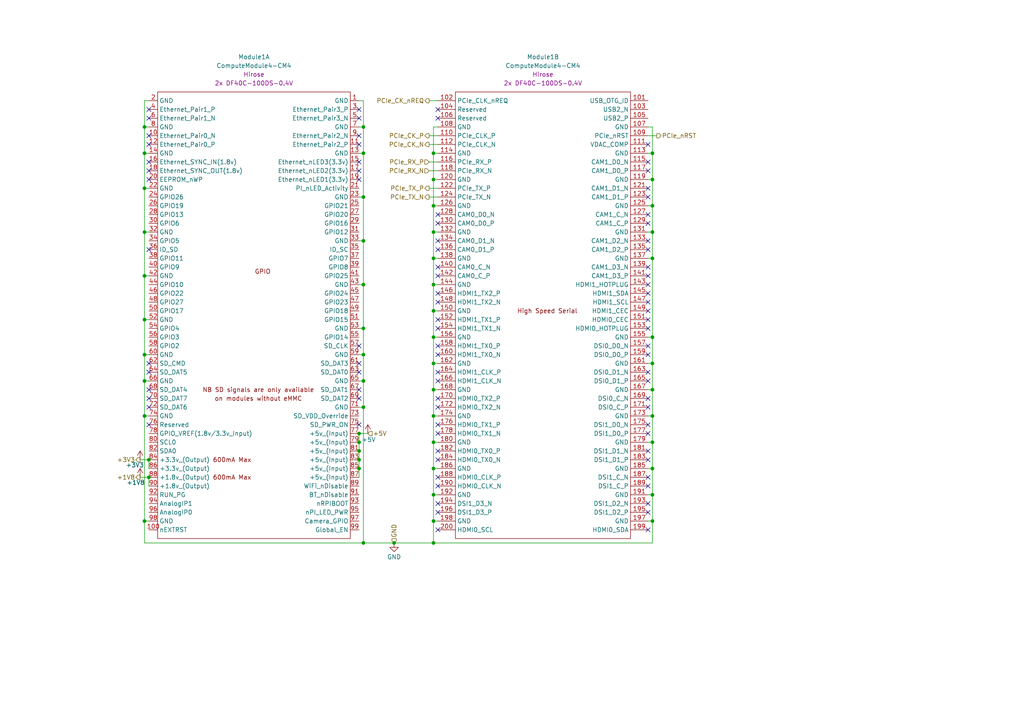
<source format=kicad_sch>
(kicad_sch (version 20231120) (generator "eeschema") (generator_version "8.0")
  (paper "A4")
  (lib_symbols
    (symbol "CM4IO:ComputeModule4-CM4"
      (property "Reference" "Module" (at 113.03 -68.58 0))
      (property "Value" "ComputeModule4-CM4" (at 140.97 2.54 0))
      (property "Field4" "Hirose" (at 0 0 0))
      (property "Field5" "2x DF40C-100DS-0.4V" (at 0 -2.54 0))
      (symbol "ComputeModule4-CM4_1_0"
        (text "GPIO" (at 0 6.35 0) (effects (font (size 1.27 1.27))))
      )
      (symbol "ComputeModule4-CM4_1_1"
        (rectangle (start -30.48 -71.12) (end 25.4 58.42))
        (text "600mA Max" (at -8.89 -53.34 0) (effects (font (size 1.27 1.27))))
        (text "600mA Max" (at -8.89 -48.26 0) (effects (font (size 1.27 1.27))))
        (text "NB SD signals are only available" (at -1.27 -27.94 0) (effects (font (size 1.27 1.27))))
        (text "on modules without eMMC" (at -1.27 -30.48 0) (effects (font (size 1.27 1.27))))
        (pin power_in line (at 27.94 55.88 180) (length 2.54) (name "GND") (number "1"))
        (pin passive line (at -33.02 45.72 0) (length 2.54) (name "Ethernet_Pair0_N") (number "10"))
        (pin output line (at -33.02 -68.58 0) (length 2.54) (name "nEXTRST") (number "100"))
        (pin passive line (at 27.94 43.18 180) (length 2.54) (name "Ethernet_Pair2_P") (number "11"))
        (pin passive line (at -33.02 43.18 0) (length 2.54) (name "Ethernet_Pair0_P") (number "12"))
        (pin power_in line (at 27.94 40.64 180) (length 2.54) (name "GND") (number "13"))
        (pin power_in line (at -33.02 40.64 0) (length 2.54) (name "GND") (number "14"))
        (pin output line (at 27.94 38.1 180) (length 2.54) (name "Ethernet_nLED3(3.3v)") (number "15"))
        (pin input line (at -33.02 38.1 0) (length 2.54) (name "Ethernet_SYNC_IN(1.8v)") (number "16"))
        (pin output line (at 27.94 35.56 180) (length 2.54) (name "Ethernet_nLED2(3.3v)") (number "17"))
        (pin input line (at -33.02 35.56 0) (length 2.54) (name "Ethernet_SYNC_OUT(1.8v)") (number "18"))
        (pin output line (at 27.94 33.02 180) (length 2.54) (name "Ethernet_nLED1(3.3v)") (number "19"))
        (pin power_in line (at -33.02 55.88 0) (length 2.54) (name "GND") (number "2"))
        (pin passive line (at -33.02 33.02 0) (length 2.54) (name "EEPROM_nWP") (number "20"))
        (pin open_collector line (at 27.94 30.48 180) (length 2.54) (name "PI_nLED_Activity") (number "21"))
        (pin power_in line (at -33.02 30.48 0) (length 2.54) (name "GND") (number "22"))
        (pin power_in line (at 27.94 27.94 180) (length 2.54) (name "GND") (number "23"))
        (pin passive line (at -33.02 27.94 0) (length 2.54) (name "GPIO26") (number "24"))
        (pin passive line (at 27.94 25.4 180) (length 2.54) (name "GPIO21") (number "25"))
        (pin passive line (at -33.02 25.4 0) (length 2.54) (name "GPIO19") (number "26"))
        (pin passive line (at 27.94 22.86 180) (length 2.54) (name "GPIO20") (number "27"))
        (pin passive line (at -33.02 22.86 0) (length 2.54) (name "GPIO13") (number "28"))
        (pin passive line (at 27.94 20.32 180) (length 2.54) (name "GPIO16") (number "29"))
        (pin passive line (at 27.94 53.34 180) (length 2.54) (name "Ethernet_Pair3_P") (number "3"))
        (pin passive line (at -33.02 20.32 0) (length 2.54) (name "GPIO6") (number "30"))
        (pin passive line (at 27.94 17.78 180) (length 2.54) (name "GPIO12") (number "31"))
        (pin power_in line (at -33.02 17.78 0) (length 2.54) (name "GND") (number "32"))
        (pin power_in line (at 27.94 15.24 180) (length 2.54) (name "GND") (number "33"))
        (pin passive line (at -33.02 15.24 0) (length 2.54) (name "GPIO5") (number "34"))
        (pin passive line (at 27.94 12.7 180) (length 2.54) (name "ID_SC") (number "35"))
        (pin passive line (at -33.02 12.7 0) (length 2.54) (name "ID_SD") (number "36"))
        (pin passive line (at 27.94 10.16 180) (length 2.54) (name "GPIO7") (number "37"))
        (pin passive line (at -33.02 10.16 0) (length 2.54) (name "GPIO11") (number "38"))
        (pin passive line (at 27.94 7.62 180) (length 2.54) (name "GPIO8") (number "39"))
        (pin passive line (at -33.02 53.34 0) (length 2.54) (name "Ethernet_Pair1_P") (number "4"))
        (pin passive line (at -33.02 7.62 0) (length 2.54) (name "GPIO9") (number "40"))
        (pin passive line (at 27.94 5.08 180) (length 2.54) (name "GPIO25") (number "41"))
        (pin power_in line (at -33.02 5.08 0) (length 2.54) (name "GND") (number "42"))
        (pin power_in line (at 27.94 2.54 180) (length 2.54) (name "GND") (number "43"))
        (pin passive line (at -33.02 2.54 0) (length 2.54) (name "GPIO10") (number "44"))
        (pin passive line (at 27.94 0 180) (length 2.54) (name "GPIO24") (number "45"))
        (pin passive line (at -33.02 0 0) (length 2.54) (name "GPIO22") (number "46"))
        (pin passive line (at 27.94 -2.54 180) (length 2.54) (name "GPIO23") (number "47"))
        (pin passive line (at -33.02 -2.54 0) (length 2.54) (name "GPIO27") (number "48"))
        (pin passive line (at 27.94 -5.08 180) (length 2.54) (name "GPIO18") (number "49"))
        (pin passive line (at 27.94 50.8 180) (length 2.54) (name "Ethernet_Pair3_N") (number "5"))
        (pin passive line (at -33.02 -5.08 0) (length 2.54) (name "GPIO17") (number "50"))
        (pin passive line (at 27.94 -7.62 180) (length 2.54) (name "GPIO15") (number "51"))
        (pin power_in line (at -33.02 -7.62 0) (length 2.54) (name "GND") (number "52"))
        (pin power_in line (at 27.94 -10.16 180) (length 2.54) (name "GND") (number "53"))
        (pin passive line (at -33.02 -10.16 0) (length 2.54) (name "GPIO4") (number "54"))
        (pin passive line (at 27.94 -12.7 180) (length 2.54) (name "GPIO14") (number "55"))
        (pin passive line (at -33.02 -12.7 0) (length 2.54) (name "GPIO3") (number "56"))
        (pin passive line (at 27.94 -15.24 180) (length 2.54) (name "SD_CLK") (number "57"))
        (pin passive line (at -33.02 -15.24 0) (length 2.54) (name "GPIO2") (number "58"))
        (pin power_in line (at 27.94 -17.78 180) (length 2.54) (name "GND") (number "59"))
        (pin passive line (at -33.02 50.8 0) (length 2.54) (name "Ethernet_Pair1_N") (number "6"))
        (pin power_in line (at -33.02 -17.78 0) (length 2.54) (name "GND") (number "60"))
        (pin passive line (at 27.94 -20.32 180) (length 2.54) (name "SD_DAT3") (number "61"))
        (pin passive line (at -33.02 -20.32 0) (length 2.54) (name "SD_CMD") (number "62"))
        (pin passive line (at 27.94 -22.86 180) (length 2.54) (name "SD_DAT0") (number "63"))
        (pin passive line (at -33.02 -22.86 0) (length 2.54) (name "SD_DAT5") (number "64"))
        (pin power_in line (at 27.94 -25.4 180) (length 2.54) (name "GND") (number "65"))
        (pin power_in line (at -33.02 -25.4 0) (length 2.54) (name "GND") (number "66"))
        (pin passive line (at 27.94 -27.94 180) (length 2.54) (name "SD_DAT1") (number "67"))
        (pin passive line (at -33.02 -27.94 0) (length 2.54) (name "SD_DAT4") (number "68"))
        (pin passive line (at 27.94 -30.48 180) (length 2.54) (name "SD_DAT2") (number "69"))
        (pin power_in line (at 27.94 48.26 180) (length 2.54) (name "GND") (number "7"))
        (pin passive line (at -33.02 -30.48 0) (length 2.54) (name "SD_DAT7") (number "70"))
        (pin power_in line (at 27.94 -33.02 180) (length 2.54) (name "GND") (number "71"))
        (pin passive line (at -33.02 -33.02 0) (length 2.54) (name "SD_DAT6") (number "72"))
        (pin input line (at 27.94 -35.56 180) (length 2.54) (name "SD_VDD_Override") (number "73"))
        (pin power_in line (at -33.02 -35.56 0) (length 2.54) (name "GND") (number "74"))
        (pin output line (at 27.94 -38.1 180) (length 2.54) (name "SD_PWR_ON") (number "75"))
        (pin passive line (at -33.02 -38.1 0) (length 2.54) (name "Reserved") (number "76"))
        (pin power_in line (at 27.94 -40.64 180) (length 2.54) (name "+5v_(Input)") (number "77"))
        (pin power_in line (at -33.02 -40.64 0) (length 2.54) (name "GPIO_VREF(1.8v/3.3v_Input)") (number "78"))
        (pin power_in line (at 27.94 -43.18 180) (length 2.54) (name "+5v_(Input)") (number "79"))
        (pin power_in line (at -33.02 48.26 0) (length 2.54) (name "GND") (number "8"))
        (pin passive line (at -33.02 -43.18 0) (length 2.54) (name "SCL0") (number "80"))
        (pin power_in line (at 27.94 -45.72 180) (length 2.54) (name "+5v_(Input)") (number "81"))
        (pin passive line (at -33.02 -45.72 0) (length 2.54) (name "SDA0") (number "82"))
        (pin power_in line (at 27.94 -48.26 180) (length 2.54) (name "+5v_(Input)") (number "83"))
        (pin power_out line (at -33.02 -48.26 0) (length 2.54) (name "+3.3v_(Output)") (number "84"))
        (pin power_in line (at 27.94 -50.8 180) (length 2.54) (name "+5v_(Input)") (number "85"))
        (pin power_out line (at -33.02 -50.8 0) (length 2.54) (name "+3.3v_(Output)") (number "86"))
        (pin power_in line (at 27.94 -53.34 180) (length 2.54) (name "+5v_(Input)") (number "87"))
        (pin power_out line (at -33.02 -53.34 0) (length 2.54) (name "+1.8v_(Output)") (number "88"))
        (pin power_in line (at 27.94 -55.88 180) (length 2.54) (name "WiFi_nDisable") (number "89"))
        (pin passive line (at 27.94 45.72 180) (length 2.54) (name "Ethernet_Pair2_N") (number "9"))
        (pin power_out line (at -33.02 -55.88 0) (length 2.54) (name "+1.8v_(Output)") (number "90"))
        (pin power_in line (at 27.94 -58.42 180) (length 2.54) (name "BT_nDisable") (number "91"))
        (pin passive line (at -33.02 -58.42 0) (length 2.54) (name "RUN_PG") (number "92"))
        (pin input line (at 27.94 -60.96 180) (length 2.54) (name "nRPIBOOT") (number "93"))
        (pin passive line (at -33.02 -60.96 0) (length 2.54) (name "AnalogIP1") (number "94"))
        (pin output line (at 27.94 -63.5 180) (length 2.54) (name "nPI_LED_PWR") (number "95"))
        (pin passive line (at -33.02 -63.5 0) (length 2.54) (name "AnalogIP0") (number "96"))
        (pin passive line (at 27.94 -66.04 180) (length 2.54) (name "Camera_GPIO") (number "97"))
        (pin power_in line (at -33.02 -66.04 0) (length 2.54) (name "GND") (number "98"))
        (pin input line (at 27.94 -68.58 180) (length 2.54) (name "Global_EN") (number "99"))
      )
      (symbol "ComputeModule4-CM4_2_1"
        (rectangle (start 114.3 -66.04) (end 165.1 63.5))
        (text "High Speed Serial" (at 140.97 0 0) (effects (font (size 1.27 1.27))))
        (pin input line (at 170.18 60.96 180) (length 5.08) (name "USB_OTG_ID") (number "101"))
        (pin input line (at 109.22 60.96 0) (length 5.08) (name "PCIe_CLK_nREQ") (number "102"))
        (pin passive line (at 170.18 58.42 180) (length 5.08) (name "USB2_N") (number "103"))
        (pin passive line (at 109.22 58.42 0) (length 5.08) (name "Reserved") (number "104"))
        (pin passive line (at 170.18 55.88 180) (length 5.08) (name "USB2_P") (number "105"))
        (pin passive line (at 109.22 55.88 0) (length 5.08) (name "Reserved") (number "106"))
        (pin power_in line (at 170.18 53.34 180) (length 5.08) (name "GND") (number "107"))
        (pin power_in line (at 109.22 53.34 0) (length 5.08) (name "GND") (number "108"))
        (pin bidirectional line (at 170.18 50.8 180) (length 5.08) (name "PCIe_nRST") (number "109"))
        (pin output line (at 109.22 50.8 0) (length 5.08) (name "PCIe_CLK_P") (number "110"))
        (pin passive line (at 170.18 48.26 180) (length 5.08) (name "VDAC_COMP") (number "111"))
        (pin output line (at 109.22 48.26 0) (length 5.08) (name "PCIe_CLK_N") (number "112"))
        (pin power_in line (at 170.18 45.72 180) (length 5.08) (name "GND") (number "113"))
        (pin power_in line (at 109.22 45.72 0) (length 5.08) (name "GND") (number "114"))
        (pin input line (at 170.18 43.18 180) (length 5.08) (name "CAM1_D0_N") (number "115"))
        (pin input line (at 109.22 43.18 0) (length 5.08) (name "PCIe_RX_P") (number "116"))
        (pin input line (at 170.18 40.64 180) (length 5.08) (name "CAM1_D0_P") (number "117"))
        (pin input line (at 109.22 40.64 0) (length 5.08) (name "PCIe_RX_N") (number "118"))
        (pin power_in line (at 170.18 38.1 180) (length 5.08) (name "GND") (number "119"))
        (pin power_in line (at 109.22 38.1 0) (length 5.08) (name "GND") (number "120"))
        (pin input line (at 170.18 35.56 180) (length 5.08) (name "CAM1_D1_N") (number "121"))
        (pin output line (at 109.22 35.56 0) (length 5.08) (name "PCIe_TX_P") (number "122"))
        (pin input line (at 170.18 33.02 180) (length 5.08) (name "CAM1_D1_P") (number "123"))
        (pin output line (at 109.22 33.02 0) (length 5.08) (name "PCIe_TX_N") (number "124"))
        (pin power_in line (at 170.18 30.48 180) (length 5.08) (name "GND") (number "125"))
        (pin power_in line (at 109.22 30.48 0) (length 5.08) (name "GND") (number "126"))
        (pin input line (at 170.18 27.94 180) (length 5.08) (name "CAM1_C_N") (number "127"))
        (pin input line (at 109.22 27.94 0) (length 5.08) (name "CAM0_D0_N") (number "128"))
        (pin input line (at 170.18 25.4 180) (length 5.08) (name "CAM1_C_P") (number "129"))
        (pin input line (at 109.22 25.4 0) (length 5.08) (name "CAM0_D0_P") (number "130"))
        (pin power_in line (at 170.18 22.86 180) (length 5.08) (name "GND") (number "131"))
        (pin power_in line (at 109.22 22.86 0) (length 5.08) (name "GND") (number "132"))
        (pin input line (at 170.18 20.32 180) (length 5.08) (name "CAM1_D2_N") (number "133"))
        (pin input line (at 109.22 20.32 0) (length 5.08) (name "CAM0_D1_N") (number "134"))
        (pin input line (at 170.18 17.78 180) (length 5.08) (name "CAM1_D2_P") (number "135"))
        (pin input line (at 109.22 17.78 0) (length 5.08) (name "CAM0_D1_P") (number "136"))
        (pin power_in line (at 170.18 15.24 180) (length 5.08) (name "GND") (number "137"))
        (pin power_in line (at 109.22 15.24 0) (length 5.08) (name "GND") (number "138"))
        (pin input line (at 170.18 12.7 180) (length 5.08) (name "CAM1_D3_N") (number "139"))
        (pin input line (at 109.22 12.7 0) (length 5.08) (name "CAM0_C_N") (number "140"))
        (pin input line (at 170.18 10.16 180) (length 5.08) (name "CAM1_D3_P") (number "141"))
        (pin input line (at 109.22 10.16 0) (length 5.08) (name "CAM0_C_P") (number "142"))
        (pin input line (at 170.18 7.62 180) (length 5.08) (name "HDMI1_HOTPLUG") (number "143"))
        (pin power_in line (at 109.22 7.62 0) (length 5.08) (name "GND") (number "144"))
        (pin bidirectional line (at 170.18 5.08 180) (length 5.08) (name "HDMI1_SDA") (number "145"))
        (pin output line (at 109.22 5.08 0) (length 5.08) (name "HDMI1_TX2_P") (number "146"))
        (pin open_collector line (at 170.18 2.54 180) (length 5.08) (name "HDMI1_SCL") (number "147"))
        (pin output line (at 109.22 2.54 0) (length 5.08) (name "HDMI1_TX2_N") (number "148"))
        (pin open_collector line (at 170.18 0 180) (length 5.08) (name "HDMI1_CEC") (number "149"))
        (pin power_in line (at 109.22 0 0) (length 5.08) (name "GND") (number "150"))
        (pin open_collector line (at 170.18 -2.54 180) (length 5.08) (name "HDMI0_CEC") (number "151"))
        (pin output line (at 109.22 -2.54 0) (length 5.08) (name "HDMI1_TX1_P") (number "152"))
        (pin input line (at 170.18 -5.08 180) (length 5.08) (name "HDMI0_HOTPLUG") (number "153"))
        (pin output line (at 109.22 -5.08 0) (length 5.08) (name "HDMI1_TX1_N") (number "154"))
        (pin power_in line (at 170.18 -7.62 180) (length 5.08) (name "GND") (number "155"))
        (pin power_in line (at 109.22 -7.62 0) (length 5.08) (name "GND") (number "156"))
        (pin output line (at 170.18 -10.16 180) (length 5.08) (name "DSI0_D0_N") (number "157"))
        (pin output line (at 109.22 -10.16 0) (length 5.08) (name "HDMI1_TX0_P") (number "158"))
        (pin output line (at 170.18 -12.7 180) (length 5.08) (name "DSI0_D0_P") (number "159"))
        (pin output line (at 109.22 -12.7 0) (length 5.08) (name "HDMI1_TX0_N") (number "160"))
        (pin power_in line (at 170.18 -15.24 180) (length 5.08) (name "GND") (number "161"))
        (pin power_in line (at 109.22 -15.24 0) (length 5.08) (name "GND") (number "162"))
        (pin output line (at 170.18 -17.78 180) (length 5.08) (name "DSI0_D1_N") (number "163"))
        (pin output line (at 109.22 -17.78 0) (length 5.08) (name "HDMI1_CLK_P") (number "164"))
        (pin output line (at 170.18 -20.32 180) (length 5.08) (name "DSI0_D1_P") (number "165"))
        (pin output line (at 109.22 -20.32 0) (length 5.08) (name "HDMI1_CLK_N") (number "166"))
        (pin power_in line (at 170.18 -22.86 180) (length 5.08) (name "GND") (number "167"))
        (pin power_in line (at 109.22 -22.86 0) (length 5.08) (name "GND") (number "168"))
        (pin output line (at 170.18 -25.4 180) (length 5.08) (name "DSI0_C_N") (number "169"))
        (pin output line (at 109.22 -25.4 0) (length 5.08) (name "HDMI0_TX2_P") (number "170"))
        (pin output line (at 170.18 -27.94 180) (length 5.08) (name "DSI0_C_P") (number "171"))
        (pin output line (at 109.22 -27.94 0) (length 5.08) (name "HDMI0_TX2_N") (number "172"))
        (pin power_in line (at 170.18 -30.48 180) (length 5.08) (name "GND") (number "173"))
        (pin power_in line (at 109.22 -30.48 0) (length 5.08) (name "GND") (number "174"))
        (pin output line (at 170.18 -33.02 180) (length 5.08) (name "DSI1_D0_N") (number "175"))
        (pin output line (at 109.22 -33.02 0) (length 5.08) (name "HDMI0_TX1_P") (number "176"))
        (pin output line (at 170.18 -35.56 180) (length 5.08) (name "DSI1_D0_P") (number "177"))
        (pin output line (at 109.22 -35.56 0) (length 5.08) (name "HDMI0_TX1_N") (number "178"))
        (pin power_in line (at 170.18 -38.1 180) (length 5.08) (name "GND") (number "179"))
        (pin power_in line (at 109.22 -38.1 0) (length 5.08) (name "GND") (number "180"))
        (pin output line (at 170.18 -40.64 180) (length 5.08) (name "DSI1_D1_N") (number "181"))
        (pin output line (at 109.22 -40.64 0) (length 5.08) (name "HDMI0_TX0_P") (number "182"))
        (pin output line (at 170.18 -43.18 180) (length 5.08) (name "DSI1_D1_P") (number "183"))
        (pin output line (at 109.22 -43.18 0) (length 5.08) (name "HDMI0_TX0_N") (number "184"))
        (pin power_in line (at 170.18 -45.72 180) (length 5.08) (name "GND") (number "185"))
        (pin power_in line (at 109.22 -45.72 0) (length 5.08) (name "GND") (number "186"))
        (pin output line (at 170.18 -48.26 180) (length 5.08) (name "DSI1_C_N") (number "187"))
        (pin output line (at 109.22 -48.26 0) (length 5.08) (name "HDMI0_CLK_P") (number "188"))
        (pin output line (at 170.18 -50.8 180) (length 5.08) (name "DSI1_C_P") (number "189"))
        (pin output line (at 109.22 -50.8 0) (length 5.08) (name "HDMI0_CLK_N") (number "190"))
        (pin power_in line (at 170.18 -53.34 180) (length 5.08) (name "GND") (number "191"))
        (pin power_in line (at 109.22 -53.34 0) (length 5.08) (name "GND") (number "192"))
        (pin output line (at 170.18 -55.88 180) (length 5.08) (name "DSI1_D2_N") (number "193"))
        (pin output line (at 109.22 -55.88 0) (length 5.08) (name "DSI1_D3_N") (number "194"))
        (pin output line (at 170.18 -58.42 180) (length 5.08) (name "DSI1_D2_P") (number "195"))
        (pin output line (at 109.22 -58.42 0) (length 5.08) (name "DSI1_D3_P") (number "196"))
        (pin power_in line (at 170.18 -60.96 180) (length 5.08) (name "GND") (number "197"))
        (pin power_in line (at 109.22 -60.96 0) (length 5.08) (name "GND") (number "198"))
        (pin bidirectional line (at 170.18 -63.5 180) (length 5.08) (name "HDMI0_SDA") (number "199"))
        (pin open_collector line (at 109.22 -63.5 0) (length 5.08) (name "HDMI0_SCL") (number "200"))
      )
    )
    (symbol "power:+1V8" (power) (pin_numbers hide) (pin_names (offset 0) hide)
      (property "Value" "+1V8" (at 0 3.556 0))
      (symbol "+1V8_0_1"
        (polyline (pts (xy -0.762 1.27) (xy 0 2.54)))
        (polyline (pts (xy 0 0) (xy 0 2.54)))
        (polyline (pts (xy 0 2.54) (xy 0.762 1.27)))
      )
      (symbol "+1V8_1_1"
        (pin power_in line (at 0 0 90) (length 0) (name "~") (number "1"))
      )
    )
    (symbol "power:+3V3" (power) (pin_numbers hide) (pin_names (offset 0) hide)
      (property "Value" "+3V3" (at 0 3.556 0))
      (symbol "+3V3_0_1"
        (polyline (pts (xy -0.762 1.27) (xy 0 2.54)))
        (polyline (pts (xy 0 0) (xy 0 2.54)))
        (polyline (pts (xy 0 2.54) (xy 0.762 1.27)))
      )
      (symbol "+3V3_1_1"
        (pin power_in line (at 0 0 90) (length 0) (name "~") (number "1"))
      )
    )
    (symbol "power:+5V" (power) (pin_numbers hide) (pin_names (offset 0) hide)
      (property "Value" "+5V" (at 0 3.556 0))
      (symbol "+5V_0_1"
        (polyline (pts (xy -0.762 1.27) (xy 0 2.54)))
        (polyline (pts (xy 0 0) (xy 0 2.54)))
        (polyline (pts (xy 0 2.54) (xy 0.762 1.27)))
      )
      (symbol "+5V_1_1"
        (pin power_in line (at 0 0 90) (length 0) (name "~") (number "1"))
      )
    )
    (symbol "power:GND" (power) (pin_numbers hide) (pin_names (offset 0) hide)
      (property "Value" "GND" (at 0 -3.81 0))
      (symbol "GND_0_1"
        (polyline (pts (xy 0 0) (xy 0 -1.27) (xy 1.27 -1.27) (xy 0 -2.54) (xy -1.27 -1.27) (xy 0 -1.27)))
      )
      (symbol "GND_1_1"
        (pin power_in line (at 0 0 270) (length 0) (name "~") (number "1"))
      )
    )
  )
  (junction (at 125.73 97.79))
  (junction (at 104.14 130.81))
  (junction (at 105.41 118.11))
  (junction (at 189.23 105.41))
  (junction (at 189.23 44.45))
  (junction (at 189.23 67.31))
  (junction (at 125.73 59.69))
  (junction (at 125.73 143.51))
  (junction (at 41.91 110.49))
  (junction (at 189.23 74.93))
  (junction (at 105.41 82.55))
  (junction (at 189.23 113.03))
  (junction (at 105.41 157.48))
  (junction (at 43.18 133.35))
  (junction (at 125.73 44.45))
  (junction (at 125.73 135.89))
  (junction (at 114.3 157.48))
  (junction (at 125.73 113.03))
  (junction (at 41.91 36.83))
  (junction (at 125.73 74.93))
  (junction (at 189.23 128.27))
  (junction (at 189.23 143.51))
  (junction (at 41.91 102.87))
  (junction (at 105.41 57.15))
  (junction (at 41.91 54.61))
  (junction (at 104.14 125.73))
  (junction (at 125.73 82.55))
  (junction (at 41.91 80.01))
  (junction (at 41.91 92.71))
  (junction (at 125.73 128.27))
  (junction (at 41.91 44.45))
  (junction (at 105.41 110.49))
  (junction (at 104.14 135.89))
  (junction (at 104.14 128.27))
  (junction (at 125.73 151.13))
  (junction (at 189.23 120.65))
  (junction (at 104.14 133.35))
  (junction (at 105.41 69.85))
  (junction (at 41.91 120.65))
  (junction (at 105.41 95.25))
  (junction (at 189.23 59.69))
  (junction (at 189.23 52.07))
  (junction (at 105.41 36.83))
  (junction (at 125.73 67.31))
  (junction (at 189.23 151.13))
  (junction (at 41.91 67.31))
  (junction (at 189.23 135.89))
  (junction (at 125.73 52.07))
  (junction (at 125.73 105.41))
  (junction (at 43.18 138.43))
  (junction (at 41.91 151.13))
  (junction (at 105.41 102.87))
  (junction (at 125.73 120.65))
  (junction (at 105.41 44.45))
  (junction (at 189.23 97.79))
  (junction (at 125.73 90.17))
  (junction (at 125.73 157.48))
  (no_connect (at 127 110.49))
  (no_connect (at 104.14 107.95))
  (no_connect (at 187.96 148.59))
  (no_connect (at 127 123.19))
  (no_connect (at 43.18 113.03))
  (no_connect (at 127 118.11))
  (no_connect (at 187.96 100.33))
  (no_connect (at 104.14 39.37))
  (no_connect (at 187.96 77.47))
  (no_connect (at 104.14 46.99))
  (no_connect (at 127 85.09))
  (no_connect (at 127 62.23))
  (no_connect (at 187.96 118.11))
  (no_connect (at 127 138.43))
  (no_connect (at 127 115.57))
  (no_connect (at 43.18 39.37))
  (no_connect (at 127 100.33))
  (no_connect (at 127 102.87))
  (no_connect (at 187.96 95.25))
  (no_connect (at 127 69.85))
  (no_connect (at 127 77.47))
  (no_connect (at 104.14 34.29))
  (no_connect (at 187.96 115.57))
  (no_connect (at 127 64.77))
  (no_connect (at 127 31.75))
  (no_connect (at 187.96 123.19))
  (no_connect (at 104.14 115.57))
  (no_connect (at 104.14 105.41))
  (no_connect (at 187.96 62.23))
  (no_connect (at 43.18 41.91))
  (no_connect (at 187.96 46.99))
  (no_connect (at 127 72.39))
  (no_connect (at 127 153.67))
  (no_connect (at 187.96 49.53))
  (no_connect (at 104.14 100.33))
  (no_connect (at 43.18 52.07))
  (no_connect (at 187.96 64.77))
  (no_connect (at 187.96 57.15))
  (no_connect (at 43.18 123.19))
  (no_connect (at 127 92.71))
  (no_connect (at 43.18 46.99))
  (no_connect (at 104.14 123.19))
  (no_connect (at 187.96 107.95))
  (no_connect (at 104.14 52.07))
  (no_connect (at 127 80.01))
  (no_connect (at 187.96 72.39))
  (no_connect (at 104.14 31.75))
  (no_connect (at 127 107.95))
  (no_connect (at 187.96 110.49))
  (no_connect (at 127 95.25))
  (no_connect (at 187.96 80.01))
  (no_connect (at 127 34.29))
  (no_connect (at 187.96 69.85))
  (no_connect (at 43.18 118.11))
  (no_connect (at 127 87.63))
  (no_connect (at 43.18 72.39))
  (no_connect (at 104.14 49.53))
  (no_connect (at 187.96 140.97))
  (no_connect (at 43.18 115.57))
  (no_connect (at 187.96 153.67))
  (no_connect (at 187.96 138.43))
  (no_connect (at 187.96 82.55))
  (no_connect (at 187.96 85.09))
  (no_connect (at 127 146.05))
  (no_connect (at 187.96 92.71))
  (no_connect (at 187.96 130.81))
  (no_connect (at 187.96 87.63))
  (no_connect (at 43.18 107.95))
  (no_connect (at 187.96 41.91))
  (no_connect (at 187.96 90.17))
  (no_connect (at 187.96 54.61))
  (no_connect (at 187.96 133.35))
  (no_connect (at 104.14 41.91))
  (no_connect (at 127 125.73))
  (no_connect (at 187.96 102.87))
  (no_connect (at 43.18 105.41))
  (no_connect (at 43.18 31.75))
  (no_connect (at 43.18 34.29))
  (no_connect (at 127 140.97))
  (no_connect (at 127 133.35))
  (no_connect (at 187.96 125.73))
  (no_connect (at 127 148.59))
  (no_connect (at 187.96 146.05))
  (no_connect (at 127 130.81))
  (no_connect (at 43.18 49.53))
  (no_connect (at 104.14 113.03))
  (wire (pts (xy 104.14 130.81) (xy 104.14 133.35)))
  (wire (pts (xy 189.23 128.27) (xy 189.23 135.89)))
  (wire (pts (xy 104.14 95.25) (xy 105.41 95.25)))
  (wire (pts (xy 104.14 102.87) (xy 105.41 102.87)))
  (wire (pts (xy 127 90.17) (xy 125.73 90.17)))
  (wire (pts (xy 41.91 102.87) (xy 41.91 92.71)))
  (wire (pts (xy 189.23 97.79) (xy 189.23 105.41)))
  (wire (pts (xy 104.14 44.45) (xy 105.41 44.45)))
  (wire (pts (xy 105.41 44.45) (xy 105.41 36.83)))
  (wire (pts (xy 41.91 92.71) (xy 41.91 80.01)))
  (wire (pts (xy 114.3 157.48) (xy 125.73 157.48)))
  (wire (pts (xy 125.73 52.07) (xy 125.73 44.45)))
  (wire (pts (xy 41.91 44.45) (xy 41.91 36.83)))
  (wire (pts (xy 105.41 118.11) (xy 105.41 157.48)))
  (wire (pts (xy 189.23 36.83) (xy 189.23 44.45)))
  (wire (pts (xy 189.23 143.51) (xy 189.23 151.13)))
  (wire (pts (xy 189.23 97.79) (xy 187.96 97.79)))
  (wire (pts (xy 189.23 120.65) (xy 189.23 128.27)))
  (wire (pts (xy 43.18 54.61) (xy 41.91 54.61)))
  (wire (pts (xy 189.23 59.69) (xy 187.96 59.69)))
  (wire (pts (xy 41.91 157.48) (xy 41.91 151.13)))
  (wire (pts (xy 189.23 105.41) (xy 187.96 105.41)))
  (wire (pts (xy 41.91 151.13) (xy 41.91 120.65)))
  (wire (pts (xy 114.3 157.48) (xy 105.41 157.48)))
  (wire (pts (xy 105.41 69.85) (xy 105.41 57.15)))
  (wire (pts (xy 189.23 135.89) (xy 187.96 135.89)))
  (wire (pts (xy 127 120.65) (xy 125.73 120.65)))
  (wire (pts (xy 104.14 133.35) (xy 104.14 135.89)))
  (wire (pts (xy 40.64 138.43) (xy 43.18 138.43)))
  (wire (pts (xy 125.73 67.31) (xy 125.73 59.69)))
  (wire (pts (xy 125.73 143.51) (xy 127 143.51)))
  (wire (pts (xy 124.46 46.99) (xy 127 46.99)))
  (wire (pts (xy 105.41 118.11) (xy 105.41 110.49)))
  (wire (pts (xy 189.23 44.45) (xy 189.23 52.07)))
  (wire (pts (xy 125.73 151.13) (xy 127 151.13)))
  (wire (pts (xy 43.18 138.43) (xy 43.18 140.97)))
  (wire (pts (xy 105.41 82.55) (xy 105.41 69.85)))
  (wire (pts (xy 127 135.89) (xy 125.73 135.89)))
  (wire (pts (xy 125.73 135.89) (xy 125.73 143.51)))
  (wire (pts (xy 125.73 36.83) (xy 125.73 44.45)))
  (wire (pts (xy 127 67.31) (xy 125.73 67.31)))
  (wire (pts (xy 125.73 157.48) (xy 189.23 157.48)))
  (wire (pts (xy 127 113.03) (xy 125.73 113.03)))
  (wire (pts (xy 125.73 120.65) (xy 125.73 113.03)))
  (wire (pts (xy 127 82.55) (xy 125.73 82.55)))
  (wire (pts (xy 41.91 36.83) (xy 43.18 36.83)))
  (wire (pts (xy 41.91 120.65) (xy 41.91 110.49)))
  (wire (pts (xy 124.46 39.37) (xy 127 39.37)))
  (wire (pts (xy 105.41 102.87) (xy 105.41 95.25)))
  (wire (pts (xy 105.41 110.49) (xy 105.41 102.87)))
  (wire (pts (xy 189.23 113.03) (xy 189.23 120.65)))
  (wire (pts (xy 105.41 157.48) (xy 41.91 157.48)))
  (wire (pts (xy 41.91 29.21) (xy 41.91 36.83)))
  (wire (pts (xy 105.41 57.15) (xy 105.41 44.45)))
  (wire (pts (xy 125.73 151.13) (xy 125.73 157.48)))
  (wire (pts (xy 104.14 125.73) (xy 104.14 128.27)))
  (wire (pts (xy 189.23 59.69) (xy 189.23 67.31)))
  (wire (pts (xy 125.73 113.03) (xy 125.73 105.41)))
  (wire (pts (xy 105.41 95.25) (xy 105.41 82.55)))
  (wire (pts (xy 125.73 135.89) (xy 125.73 128.27)))
  (wire (pts (xy 125.73 90.17) (xy 125.73 82.55)))
  (wire (pts (xy 189.23 74.93) (xy 189.23 97.79)))
  (wire (pts (xy 43.18 44.45) (xy 41.91 44.45)))
  (wire (pts (xy 104.14 135.89) (xy 104.14 138.43)))
  (wire (pts (xy 189.23 135.89) (xy 189.23 143.51)))
  (wire (pts (xy 125.73 82.55) (xy 125.73 74.93)))
  (wire (pts (xy 124.46 41.91) (xy 127 41.91)))
  (wire (pts (xy 43.18 120.65) (xy 41.91 120.65)))
  (wire (pts (xy 104.14 82.55) (xy 105.41 82.55)))
  (wire (pts (xy 43.18 110.49) (xy 41.91 110.49)))
  (wire (pts (xy 43.18 133.35) (xy 43.18 135.89)))
  (wire (pts (xy 127 105.41) (xy 125.73 105.41)))
  (wire (pts (xy 127 97.79) (xy 125.73 97.79)))
  (wire (pts (xy 187.96 39.37) (xy 190.5 39.37)))
  (wire (pts (xy 124.46 57.15) (xy 127 57.15)))
  (wire (pts (xy 41.91 54.61) (xy 41.91 44.45)))
  (wire (pts (xy 104.14 118.11) (xy 105.41 118.11)))
  (wire (pts (xy 43.18 29.21) (xy 41.91 29.21)))
  (wire (pts (xy 125.73 128.27) (xy 125.73 120.65)))
  (wire (pts (xy 189.23 67.31) (xy 187.96 67.31)))
  (wire (pts (xy 189.23 105.41) (xy 189.23 113.03)))
  (wire (pts (xy 124.46 29.21) (xy 127 29.21)))
  (wire (pts (xy 104.14 57.15) (xy 105.41 57.15)))
  (wire (pts (xy 105.41 29.21) (xy 105.41 36.83)))
  (wire (pts (xy 127 59.69) (xy 125.73 59.69)))
  (wire (pts (xy 41.91 67.31) (xy 41.91 54.61)))
  (wire (pts (xy 43.18 80.01) (xy 41.91 80.01)))
  (wire (pts (xy 189.23 151.13) (xy 187.96 151.13)))
  (wire (pts (xy 189.23 143.51) (xy 187.96 143.51)))
  (wire (pts (xy 104.14 128.27) (xy 104.14 130.81)))
  (wire (pts (xy 125.73 59.69) (xy 125.73 52.07)))
  (wire (pts (xy 43.18 92.71) (xy 41.91 92.71)))
  (wire (pts (xy 104.14 125.73) (xy 106.68 125.73)))
  (wire (pts (xy 43.18 67.31) (xy 41.91 67.31)))
  (wire (pts (xy 125.73 143.51) (xy 125.73 151.13)))
  (wire (pts (xy 189.23 157.48) (xy 189.23 151.13)))
  (wire (pts (xy 189.23 44.45) (xy 187.96 44.45)))
  (wire (pts (xy 41.91 80.01) (xy 41.91 67.31)))
  (wire (pts (xy 125.73 97.79) (xy 125.73 90.17)))
  (wire (pts (xy 124.46 54.61) (xy 127 54.61)))
  (wire (pts (xy 189.23 120.65) (xy 187.96 120.65)))
  (wire (pts (xy 187.96 36.83) (xy 189.23 36.83)))
  (wire (pts (xy 40.64 133.35) (xy 43.18 133.35)))
  (wire (pts (xy 127 128.27) (xy 125.73 128.27)))
  (wire (pts (xy 127 74.93) (xy 125.73 74.93)))
  (wire (pts (xy 124.46 49.53) (xy 127 49.53)))
  (wire (pts (xy 189.23 128.27) (xy 187.96 128.27)))
  (wire (pts (xy 189.23 67.31) (xy 189.23 74.93)))
  (wire (pts (xy 189.23 113.03) (xy 187.96 113.03)))
  (wire (pts (xy 189.23 52.07) (xy 187.96 52.07)))
  (wire (pts (xy 43.18 151.13) (xy 41.91 151.13)))
  (wire (pts (xy 127 52.07) (xy 125.73 52.07)))
  (wire (pts (xy 104.14 69.85) (xy 105.41 69.85)))
  (wire (pts (xy 104.14 110.49) (xy 105.41 110.49)))
  (wire (pts (xy 41.91 110.49) (xy 41.91 102.87)))
  (wire (pts (xy 43.18 102.87) (xy 41.91 102.87)))
  (wire (pts (xy 127 36.83) (xy 125.73 36.83)))
  (wire (pts (xy 125.73 44.45) (xy 127 44.45)))
  (wire (pts (xy 104.14 29.21) (xy 105.41 29.21)))
  (wire (pts (xy 125.73 105.41) (xy 125.73 97.79)))
  (wire (pts (xy 189.23 52.07) (xy 189.23 59.69)))
  (wire (pts (xy 189.23 74.93) (xy 187.96 74.93)))
  (wire (pts (xy 125.73 74.93) (xy 125.73 67.31)))
  (wire (pts (xy 105.41 36.83) (xy 104.14 36.83)))
  (hierarchical_label "GND" (shape input) (at 114.3 157.48 90))
  (hierarchical_label "PCIe_RX_N" (shape input) (at 124.46 49.53 180))
  (hierarchical_label "PCIe_nRST" (shape output) (at 190.5 39.37 0))
  (hierarchical_label "PCIe_RX_P" (shape input) (at 124.46 46.99 180))
  (hierarchical_label "PCIe_CK_P" (shape output) (at 124.46 39.37 180))
  (hierarchical_label "PCIe_TX_P" (shape output) (at 124.46 54.61 180))
  (hierarchical_label "PCIe_CK_nREQ" (shape output) (at 124.46 29.21 180))
  (hierarchical_label "PCIe_TX_N" (shape output) (at 124.46 57.15 180))
  (hierarchical_label "PCIe_CK_N" (shape output) (at 124.46 41.91 180))
  (hierarchical_label "+1V8" (shape output) (at 40.64 138.43 180))
  (hierarchical_label "+5V" (shape input) (at 106.68 125.73 0))
  (hierarchical_label "+3V3" (shape output) (at 40.64 133.35 180))
  (symbol (lib_id "CM4IO:ComputeModule4-CM4") (at 76.2 85.09 0) (unit 1)
    (property "Reference" "Module1" (at 73.66 16.51 0))
    (property "Value" "ComputeModule4-CM4" (at 73.66 19.05 0))
    (property "Footprint" "CM4IO:Raspberry-Pi-4-Compute-Module" (effects (hide yes)))
    (property "Field4" "Hirose" (at 73.66 21.59 0))
    (property "Field5" "2x DF40C-100DS-0.4V" (at 73.66 24.13 0))
    (property "PN" "CM4104000" (effects (hide yes)))
  )
  (symbol (lib_id "power:+3V3") (at 40.64 133.35 0) (unit 1)
    (property "Reference" "#PWR027" (effects (hide yes)))
    (property "Value" "+3V3" (at 39.116 134.874 0))
    (property "Description" "Power symbol creates a global label with name \"+3V3\"" (effects (hide yes)))
  )
  (symbol (lib_id "power:+5V") (at 106.68 125.73 0) (unit 1)
    (property "Reference" "#PWR025" (effects (hide yes)))
    (property "Value" "+5V" (at 106.934 127.508 0))
    (property "Description" "Power symbol creates a global label with name \"+5V\"" (effects (hide yes)))
  )
  (symbol (lib_id "power:+1V8") (at 40.64 138.43 0) (unit 1)
    (property "Reference" "#PWR028" (effects (hide yes)))
    (property "Value" "+1V8" (at 39.37 139.954 0))
    (property "Description" "Power symbol creates a global label with name \"+1V8\"" (effects (hide yes)))
  )
  (symbol (lib_id "power:GND") (at 114.3 157.48 0) (unit 1)
    (property "Reference" "#PWR01" (effects (hide yes)))
    (property "Value" "GND" (at 114.3 161.544 0))
    (property "Description" "Power symbol creates a global label with name \"GND\" , ground" (effects (hide yes)))
  )
  (symbol (lib_id "CM4IO:ComputeModule4-CM4") (at 17.78 90.17 0) (unit 2)
    (property "Reference" "Module1" (at 157.48 16.51 0))
    (property "Value" "ComputeModule4-CM4" (at 157.48 19.05 0))
    (property "Footprint" "CM4IO:Raspberry-Pi-4-Compute-Module" (effects (hide yes)))
    (property "Field4" "Hirose" (at 157.48 21.59 0))
    (property "Field5" "2x DF40C-100DS-0.4V" (at 157.48 24.13 0))
    (property "PN" "CM4104000" (effects (hide yes)))
  )
)
</source>
